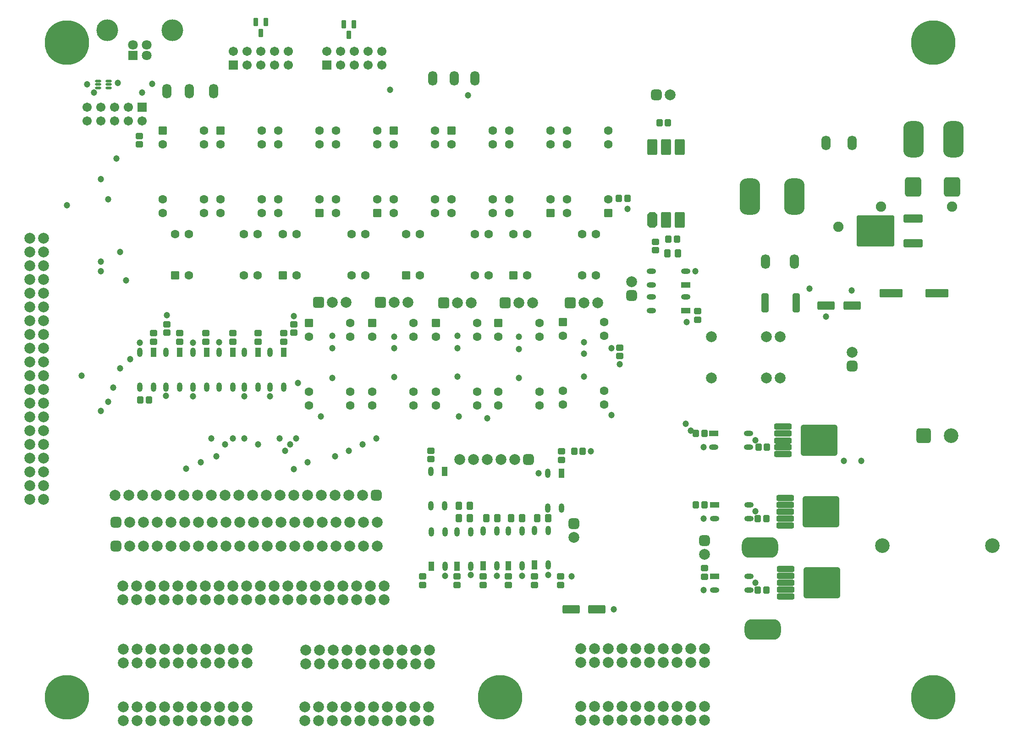
<source format=gts>
%FSLAX44Y44*%
%MOMM*%
G71*
G01*
G75*
G04 Layer_Color=8388736*
G04:AMPARAMS|DCode=10|XSize=1.1mm|YSize=1mm|CornerRadius=0.15mm|HoleSize=0mm|Usage=FLASHONLY|Rotation=0.000|XOffset=0mm|YOffset=0mm|HoleType=Round|Shape=RoundedRectangle|*
%AMROUNDEDRECTD10*
21,1,1.1000,0.7000,0,0,0.0*
21,1,0.8000,1.0000,0,0,0.0*
1,1,0.3000,0.4000,-0.3500*
1,1,0.3000,-0.4000,-0.3500*
1,1,0.3000,-0.4000,0.3500*
1,1,0.3000,0.4000,0.3500*
%
%ADD10ROUNDEDRECTD10*%
G04:AMPARAMS|DCode=11|XSize=1.1mm|YSize=1mm|CornerRadius=0.15mm|HoleSize=0mm|Usage=FLASHONLY|Rotation=270.000|XOffset=0mm|YOffset=0mm|HoleType=Round|Shape=RoundedRectangle|*
%AMROUNDEDRECTD11*
21,1,1.1000,0.7000,0,0,270.0*
21,1,0.8000,1.0000,0,0,270.0*
1,1,0.3000,-0.3500,-0.4000*
1,1,0.3000,-0.3500,0.4000*
1,1,0.3000,0.3500,0.4000*
1,1,0.3000,0.3500,-0.4000*
%
%ADD11ROUNDEDRECTD11*%
G04:AMPARAMS|DCode=12|XSize=1.4mm|YSize=3mm|CornerRadius=0.21mm|HoleSize=0mm|Usage=FLASHONLY|Rotation=270.000|XOffset=0mm|YOffset=0mm|HoleType=Round|Shape=RoundedRectangle|*
%AMROUNDEDRECTD12*
21,1,1.4000,2.5800,0,0,270.0*
21,1,0.9800,3.0000,0,0,270.0*
1,1,0.4200,-1.2900,-0.4900*
1,1,0.4200,-1.2900,0.4900*
1,1,0.4200,1.2900,0.4900*
1,1,0.4200,1.2900,-0.4900*
%
%ADD12ROUNDEDRECTD12*%
%ADD13O,0.8000X1.5000*%
%ADD14R,0.8000X1.5000*%
%ADD15O,1.5000X0.8000*%
%ADD16R,1.5000X0.8000*%
G04:AMPARAMS|DCode=17|XSize=0.35mm|YSize=0.9mm|CornerRadius=0.0525mm|HoleSize=0mm|Usage=FLASHONLY|Rotation=90.000|XOffset=0mm|YOffset=0mm|HoleType=Round|Shape=RoundedRectangle|*
%AMROUNDEDRECTD17*
21,1,0.3500,0.7950,0,0,90.0*
21,1,0.2450,0.9000,0,0,90.0*
1,1,0.1050,0.3975,0.1225*
1,1,0.1050,0.3975,-0.1225*
1,1,0.1050,-0.3975,-0.1225*
1,1,0.1050,-0.3975,0.1225*
%
%ADD17ROUNDEDRECTD17*%
G04:AMPARAMS|DCode=18|XSize=3.3mm|YSize=1.1mm|CornerRadius=0.165mm|HoleSize=0mm|Usage=FLASHONLY|Rotation=270.000|XOffset=0mm|YOffset=0mm|HoleType=Round|Shape=RoundedRectangle|*
%AMROUNDEDRECTD18*
21,1,3.3000,0.7700,0,0,270.0*
21,1,2.9700,1.1000,0,0,270.0*
1,1,0.3300,-0.3850,-1.4850*
1,1,0.3300,-0.3850,1.4850*
1,1,0.3300,0.3850,1.4850*
1,1,0.3300,0.3850,-1.4850*
%
%ADD18ROUNDEDRECTD18*%
G04:AMPARAMS|DCode=19|XSize=0.65mm|YSize=1.4mm|CornerRadius=0.0975mm|HoleSize=0mm|Usage=FLASHONLY|Rotation=0.000|XOffset=0mm|YOffset=0mm|HoleType=Round|Shape=RoundedRectangle|*
%AMROUNDEDRECTD19*
21,1,0.6500,1.2050,0,0,0.0*
21,1,0.4550,1.4000,0,0,0.0*
1,1,0.1950,0.2275,-0.6025*
1,1,0.1950,-0.2275,-0.6025*
1,1,0.1950,-0.2275,0.6025*
1,1,0.1950,0.2275,0.6025*
%
%ADD19ROUNDEDRECTD19*%
G04:AMPARAMS|DCode=20|XSize=2.7mm|YSize=1.6mm|CornerRadius=0.08mm|HoleSize=0mm|Usage=FLASHONLY|Rotation=90.000|XOffset=0mm|YOffset=0mm|HoleType=Round|Shape=RoundedRectangle|*
%AMROUNDEDRECTD20*
21,1,2.7000,1.4400,0,0,90.0*
21,1,2.5400,1.6000,0,0,90.0*
1,1,0.1600,0.7200,1.2700*
1,1,0.1600,0.7200,-1.2700*
1,1,0.1600,-0.7200,-1.2700*
1,1,0.1600,-0.7200,1.2700*
%
%ADD20ROUNDEDRECTD20*%
G04:AMPARAMS|DCode=21|XSize=2.7mm|YSize=1.6mm|CornerRadius=0mm|HoleSize=0mm|Usage=FLASHONLY|Rotation=90.000|XOffset=0mm|YOffset=0mm|HoleType=Round|Shape=Octagon|*
%AMOCTAGOND21*
4,1,8,0.4000,1.3500,-0.4000,1.3500,-0.8000,0.9500,-0.8000,-0.9500,-0.4000,-1.3500,0.4000,-1.3500,0.8000,-0.9500,0.8000,0.9500,0.4000,1.3500,0.0*
%
%ADD21OCTAGOND21*%

G04:AMPARAMS|DCode=22|XSize=0.9mm|YSize=3.05mm|CornerRadius=0.135mm|HoleSize=0mm|Usage=FLASHONLY|Rotation=90.000|XOffset=0mm|YOffset=0mm|HoleType=Round|Shape=RoundedRectangle|*
%AMROUNDEDRECTD22*
21,1,0.9000,2.7800,0,0,90.0*
21,1,0.6300,3.0500,0,0,90.0*
1,1,0.2700,1.3900,0.3150*
1,1,0.2700,1.3900,-0.3150*
1,1,0.2700,-1.3900,-0.3150*
1,1,0.2700,-1.3900,0.3150*
%
%ADD22ROUNDEDRECTD22*%
G04:AMPARAMS|DCode=23|XSize=5.55mm|YSize=6.5mm|CornerRadius=0.2775mm|HoleSize=0mm|Usage=FLASHONLY|Rotation=90.000|XOffset=0mm|YOffset=0mm|HoleType=Round|Shape=RoundedRectangle|*
%AMROUNDEDRECTD23*
21,1,5.5500,5.9450,0,0,90.0*
21,1,4.9950,6.5000,0,0,90.0*
1,1,0.5550,2.9725,2.4975*
1,1,0.5550,2.9725,-2.4975*
1,1,0.5550,-2.9725,-2.4975*
1,1,0.5550,-2.9725,2.4975*
%
%ADD23ROUNDEDRECTD23*%
G04:AMPARAMS|DCode=24|XSize=2.8mm|YSize=3.4mm|CornerRadius=0.42mm|HoleSize=0mm|Usage=FLASHONLY|Rotation=180.000|XOffset=0mm|YOffset=0mm|HoleType=Round|Shape=RoundedRectangle|*
%AMROUNDEDRECTD24*
21,1,2.8000,2.5600,0,0,180.0*
21,1,1.9600,3.4000,0,0,180.0*
1,1,0.8400,-0.9800,1.2800*
1,1,0.8400,0.9800,1.2800*
1,1,0.8400,0.9800,-1.2800*
1,1,0.8400,-0.9800,-1.2800*
%
%ADD24ROUNDEDRECTD24*%
G04:AMPARAMS|DCode=25|XSize=5.6mm|YSize=6.8mm|CornerRadius=0.28mm|HoleSize=0mm|Usage=FLASHONLY|Rotation=270.000|XOffset=0mm|YOffset=0mm|HoleType=Round|Shape=RoundedRectangle|*
%AMROUNDEDRECTD25*
21,1,5.6000,6.2400,0,0,270.0*
21,1,5.0400,6.8000,0,0,270.0*
1,1,0.5600,-3.1200,-2.5200*
1,1,0.5600,-3.1200,2.5200*
1,1,0.5600,3.1200,2.5200*
1,1,0.5600,3.1200,-2.5200*
%
%ADD25ROUNDEDRECTD25*%
G04:AMPARAMS|DCode=26|XSize=1.3mm|YSize=3.35mm|CornerRadius=0.195mm|HoleSize=0mm|Usage=FLASHONLY|Rotation=270.000|XOffset=0mm|YOffset=0mm|HoleType=Round|Shape=RoundedRectangle|*
%AMROUNDEDRECTD26*
21,1,1.3000,2.9600,0,0,270.0*
21,1,0.9100,3.3500,0,0,270.0*
1,1,0.3900,-1.4800,-0.4550*
1,1,0.3900,-1.4800,0.4550*
1,1,0.3900,1.4800,0.4550*
1,1,0.3900,1.4800,-0.4550*
%
%ADD26ROUNDEDRECTD26*%
G04:AMPARAMS|DCode=27|XSize=1.4mm|YSize=4.1mm|CornerRadius=0.21mm|HoleSize=0mm|Usage=FLASHONLY|Rotation=270.000|XOffset=0mm|YOffset=0mm|HoleType=Round|Shape=RoundedRectangle|*
%AMROUNDEDRECTD27*
21,1,1.4000,3.6800,0,0,270.0*
21,1,0.9800,4.1000,0,0,270.0*
1,1,0.4200,-1.8400,-0.4900*
1,1,0.4200,-1.8400,0.4900*
1,1,0.4200,1.8400,0.4900*
1,1,0.4200,1.8400,-0.4900*
%
%ADD27ROUNDEDRECTD27*%
G04:AMPARAMS|DCode=28|XSize=1.3mm|YSize=1mm|CornerRadius=0.15mm|HoleSize=0mm|Usage=FLASHONLY|Rotation=270.000|XOffset=0mm|YOffset=0mm|HoleType=Round|Shape=RoundedRectangle|*
%AMROUNDEDRECTD28*
21,1,1.3000,0.7000,0,0,270.0*
21,1,1.0000,1.0000,0,0,270.0*
1,1,0.3000,-0.3500,-0.5000*
1,1,0.3000,-0.3500,0.5000*
1,1,0.3000,0.3500,0.5000*
1,1,0.3000,0.3500,-0.5000*
%
%ADD28ROUNDEDRECTD28*%
%ADD29C,2.0000*%
%ADD30C,0.3000*%
%ADD31C,0.5000*%
%ADD32C,0.7500*%
%ADD33C,0.4000*%
%ADD34C,0.2000*%
%ADD35C,1.0000*%
%ADD36C,0.3100*%
%ADD37C,1.8000*%
G04:AMPARAMS|DCode=38|XSize=1.8mm|YSize=1.8mm|CornerRadius=0.27mm|HoleSize=0mm|Usage=FLASHONLY|Rotation=0.000|XOffset=0mm|YOffset=0mm|HoleType=Round|Shape=RoundedRectangle|*
%AMROUNDEDRECTD38*
21,1,1.8000,1.2600,0,0,0.0*
21,1,1.2600,1.8000,0,0,0.0*
1,1,0.5400,0.6300,-0.6300*
1,1,0.5400,-0.6300,-0.6300*
1,1,0.5400,-0.6300,0.6300*
1,1,0.5400,0.6300,0.6300*
%
%ADD38ROUNDEDRECTD38*%
%ADD39O,1.5000X2.5000*%
G04:AMPARAMS|DCode=40|XSize=1.8mm|YSize=1.8mm|CornerRadius=0.45mm|HoleSize=0mm|Usage=FLASHONLY|Rotation=90.000|XOffset=0mm|YOffset=0mm|HoleType=Round|Shape=RoundedRectangle|*
%AMROUNDEDRECTD40*
21,1,1.8000,0.9000,0,0,90.0*
21,1,0.9000,1.8000,0,0,90.0*
1,1,0.9000,0.4500,0.4500*
1,1,0.9000,0.4500,-0.4500*
1,1,0.9000,-0.4500,-0.4500*
1,1,0.9000,-0.4500,0.4500*
%
%ADD40ROUNDEDRECTD40*%
%ADD41C,2.5000*%
G04:AMPARAMS|DCode=42|XSize=2.5mm|YSize=2.5mm|CornerRadius=0.375mm|HoleSize=0mm|Usage=FLASHONLY|Rotation=180.000|XOffset=0mm|YOffset=0mm|HoleType=Round|Shape=RoundedRectangle|*
%AMROUNDEDRECTD42*
21,1,2.5000,1.7500,0,0,180.0*
21,1,1.7500,2.5000,0,0,180.0*
1,1,0.7500,-0.8750,0.8750*
1,1,0.7500,0.8750,0.8750*
1,1,0.7500,0.8750,-0.8750*
1,1,0.7500,-0.8750,-0.8750*
%
%ADD42ROUNDEDRECTD42*%
G04:AMPARAMS|DCode=43|XSize=1.8mm|YSize=1.8mm|CornerRadius=0.45mm|HoleSize=0mm|Usage=FLASHONLY|Rotation=180.000|XOffset=0mm|YOffset=0mm|HoleType=Round|Shape=RoundedRectangle|*
%AMROUNDEDRECTD43*
21,1,1.8000,0.9000,0,0,180.0*
21,1,0.9000,1.8000,0,0,180.0*
1,1,0.9000,-0.4500,0.4500*
1,1,0.9000,0.4500,0.4500*
1,1,0.9000,0.4500,-0.4500*
1,1,0.9000,-0.4500,-0.4500*
%
%ADD43ROUNDEDRECTD43*%
G04:AMPARAMS|DCode=44|XSize=6.5mm|YSize=3.6mm|CornerRadius=1.26mm|HoleSize=0mm|Usage=FLASHONLY|Rotation=180.000|XOffset=0mm|YOffset=0mm|HoleType=Round|Shape=RoundedRectangle|*
%AMROUNDEDRECTD44*
21,1,6.5000,1.0800,0,0,180.0*
21,1,3.9800,3.6000,0,0,180.0*
1,1,2.5200,-1.9900,0.5400*
1,1,2.5200,1.9900,0.5400*
1,1,2.5200,1.9900,-0.5400*
1,1,2.5200,-1.9900,-0.5400*
%
%ADD44ROUNDEDRECTD44*%
%ADD45R,1.5000X1.5000*%
%ADD46C,1.5000*%
%ADD47C,3.8000*%
%ADD48C,1.6000*%
%ADD49R,1.6000X1.6000*%
G04:AMPARAMS|DCode=50|XSize=1.4mm|YSize=1.4mm|CornerRadius=0.21mm|HoleSize=0mm|Usage=FLASHONLY|Rotation=0.000|XOffset=0mm|YOffset=0mm|HoleType=Round|Shape=RoundedRectangle|*
%AMROUNDEDRECTD50*
21,1,1.4000,0.9800,0,0,0.0*
21,1,0.9800,1.4000,0,0,0.0*
1,1,0.4200,0.4900,-0.4900*
1,1,0.4200,-0.4900,-0.4900*
1,1,0.4200,-0.4900,0.4900*
1,1,0.4200,0.4900,0.4900*
%
%ADD50ROUNDEDRECTD50*%
%ADD51C,1.4000*%
G04:AMPARAMS|DCode=52|XSize=6.5mm|YSize=3.6mm|CornerRadius=1.26mm|HoleSize=0mm|Usage=FLASHONLY|Rotation=270.000|XOffset=0mm|YOffset=0mm|HoleType=Round|Shape=RoundedRectangle|*
%AMROUNDEDRECTD52*
21,1,6.5000,1.0800,0,0,270.0*
21,1,3.9800,3.6000,0,0,270.0*
1,1,2.5200,-0.5400,-1.9900*
1,1,2.5200,-0.5400,1.9900*
1,1,2.5200,0.5400,1.9900*
1,1,2.5200,0.5400,-1.9900*
%
%ADD52ROUNDEDRECTD52*%
G04:AMPARAMS|DCode=53|XSize=1.4mm|YSize=1.4mm|CornerRadius=0.21mm|HoleSize=0mm|Usage=FLASHONLY|Rotation=90.000|XOffset=0mm|YOffset=0mm|HoleType=Round|Shape=RoundedRectangle|*
%AMROUNDEDRECTD53*
21,1,1.4000,0.9800,0,0,90.0*
21,1,0.9800,1.4000,0,0,90.0*
1,1,0.4200,0.4900,0.4900*
1,1,0.4200,0.4900,-0.4900*
1,1,0.4200,-0.4900,-0.4900*
1,1,0.4200,-0.4900,0.4900*
%
%ADD53ROUNDEDRECTD53*%
%ADD54C,8.0000*%
%ADD55C,1.0000*%
%ADD56C,1.7000*%
%ADD57C,0.1500*%
%ADD58C,0.2500*%
%ADD59C,0.2540*%
%ADD60C,0.1000*%
%ADD61C,0.1800*%
G04:AMPARAMS|DCode=62|XSize=1.3mm|YSize=1.2mm|CornerRadius=0.25mm|HoleSize=0mm|Usage=FLASHONLY|Rotation=0.000|XOffset=0mm|YOffset=0mm|HoleType=Round|Shape=RoundedRectangle|*
%AMROUNDEDRECTD62*
21,1,1.3000,0.7000,0,0,0.0*
21,1,0.8000,1.2000,0,0,0.0*
1,1,0.5000,0.4000,-0.3500*
1,1,0.5000,-0.4000,-0.3500*
1,1,0.5000,-0.4000,0.3500*
1,1,0.5000,0.4000,0.3500*
%
%ADD62ROUNDEDRECTD62*%
G04:AMPARAMS|DCode=63|XSize=1.3mm|YSize=1.2mm|CornerRadius=0.25mm|HoleSize=0mm|Usage=FLASHONLY|Rotation=270.000|XOffset=0mm|YOffset=0mm|HoleType=Round|Shape=RoundedRectangle|*
%AMROUNDEDRECTD63*
21,1,1.3000,0.7000,0,0,270.0*
21,1,0.8000,1.2000,0,0,270.0*
1,1,0.5000,-0.3500,-0.4000*
1,1,0.5000,-0.3500,0.4000*
1,1,0.5000,0.3500,0.4000*
1,1,0.5000,0.3500,-0.4000*
%
%ADD63ROUNDEDRECTD63*%
G04:AMPARAMS|DCode=64|XSize=1.6mm|YSize=3.2mm|CornerRadius=0.31mm|HoleSize=0mm|Usage=FLASHONLY|Rotation=270.000|XOffset=0mm|YOffset=0mm|HoleType=Round|Shape=RoundedRectangle|*
%AMROUNDEDRECTD64*
21,1,1.6000,2.5800,0,0,270.0*
21,1,0.9800,3.2000,0,0,270.0*
1,1,0.6200,-1.2900,-0.4900*
1,1,0.6200,-1.2900,0.4900*
1,1,0.6200,1.2900,0.4900*
1,1,0.6200,1.2900,-0.4900*
%
%ADD64ROUNDEDRECTD64*%
%ADD65O,1.0000X1.7000*%
%ADD66R,1.0000X1.7000*%
%ADD67O,1.7000X1.0000*%
%ADD68R,1.7000X1.0000*%
G04:AMPARAMS|DCode=69|XSize=0.55mm|YSize=1.1mm|CornerRadius=0.1525mm|HoleSize=0mm|Usage=FLASHONLY|Rotation=90.000|XOffset=0mm|YOffset=0mm|HoleType=Round|Shape=RoundedRectangle|*
%AMROUNDEDRECTD69*
21,1,0.5500,0.7950,0,0,90.0*
21,1,0.2450,1.1000,0,0,90.0*
1,1,0.3050,0.3975,0.1225*
1,1,0.3050,0.3975,-0.1225*
1,1,0.3050,-0.3975,-0.1225*
1,1,0.3050,-0.3975,0.1225*
%
%ADD69ROUNDEDRECTD69*%
G04:AMPARAMS|DCode=70|XSize=3.5mm|YSize=1.3mm|CornerRadius=0.265mm|HoleSize=0mm|Usage=FLASHONLY|Rotation=270.000|XOffset=0mm|YOffset=0mm|HoleType=Round|Shape=RoundedRectangle|*
%AMROUNDEDRECTD70*
21,1,3.5000,0.7700,0,0,270.0*
21,1,2.9700,1.3000,0,0,270.0*
1,1,0.5300,-0.3850,-1.4850*
1,1,0.5300,-0.3850,1.4850*
1,1,0.5300,0.3850,1.4850*
1,1,0.5300,0.3850,-1.4850*
%
%ADD70ROUNDEDRECTD70*%
G04:AMPARAMS|DCode=71|XSize=0.85mm|YSize=1.6mm|CornerRadius=0.1975mm|HoleSize=0mm|Usage=FLASHONLY|Rotation=0.000|XOffset=0mm|YOffset=0mm|HoleType=Round|Shape=RoundedRectangle|*
%AMROUNDEDRECTD71*
21,1,0.8500,1.2050,0,0,0.0*
21,1,0.4550,1.6000,0,0,0.0*
1,1,0.3950,0.2275,-0.6025*
1,1,0.3950,-0.2275,-0.6025*
1,1,0.3950,-0.2275,0.6025*
1,1,0.3950,0.2275,0.6025*
%
%ADD71ROUNDEDRECTD71*%
G04:AMPARAMS|DCode=72|XSize=2.9mm|YSize=1.8mm|CornerRadius=0.18mm|HoleSize=0mm|Usage=FLASHONLY|Rotation=90.000|XOffset=0mm|YOffset=0mm|HoleType=Round|Shape=RoundedRectangle|*
%AMROUNDEDRECTD72*
21,1,2.9000,1.4400,0,0,90.0*
21,1,2.5400,1.8000,0,0,90.0*
1,1,0.3600,0.7200,1.2700*
1,1,0.3600,0.7200,-1.2700*
1,1,0.3600,-0.7200,-1.2700*
1,1,0.3600,-0.7200,1.2700*
%
%ADD72ROUNDEDRECTD72*%
G04:AMPARAMS|DCode=73|XSize=2.9mm|YSize=1.8mm|CornerRadius=0mm|HoleSize=0mm|Usage=FLASHONLY|Rotation=90.000|XOffset=0mm|YOffset=0mm|HoleType=Round|Shape=Octagon|*
%AMOCTAGOND73*
4,1,8,0.4500,1.4500,-0.4500,1.4500,-0.9000,1.0000,-0.9000,-1.0000,-0.4500,-1.4500,0.4500,-1.4500,0.9000,-1.0000,0.9000,1.0000,0.4500,1.4500,0.0*
%
%ADD73OCTAGOND73*%

G04:AMPARAMS|DCode=74|XSize=1.1mm|YSize=3.25mm|CornerRadius=0.235mm|HoleSize=0mm|Usage=FLASHONLY|Rotation=90.000|XOffset=0mm|YOffset=0mm|HoleType=Round|Shape=RoundedRectangle|*
%AMROUNDEDRECTD74*
21,1,1.1000,2.7800,0,0,90.0*
21,1,0.6300,3.2500,0,0,90.0*
1,1,0.4700,1.3900,0.3150*
1,1,0.4700,1.3900,-0.3150*
1,1,0.4700,-1.3900,-0.3150*
1,1,0.4700,-1.3900,0.3150*
%
%ADD74ROUNDEDRECTD74*%
G04:AMPARAMS|DCode=75|XSize=5.75mm|YSize=6.7mm|CornerRadius=0.3775mm|HoleSize=0mm|Usage=FLASHONLY|Rotation=90.000|XOffset=0mm|YOffset=0mm|HoleType=Round|Shape=RoundedRectangle|*
%AMROUNDEDRECTD75*
21,1,5.7500,5.9450,0,0,90.0*
21,1,4.9950,6.7000,0,0,90.0*
1,1,0.7550,2.9725,2.4975*
1,1,0.7550,2.9725,-2.4975*
1,1,0.7550,-2.9725,-2.4975*
1,1,0.7550,-2.9725,2.4975*
%
%ADD75ROUNDEDRECTD75*%
G04:AMPARAMS|DCode=76|XSize=3mm|YSize=3.6mm|CornerRadius=0.52mm|HoleSize=0mm|Usage=FLASHONLY|Rotation=180.000|XOffset=0mm|YOffset=0mm|HoleType=Round|Shape=RoundedRectangle|*
%AMROUNDEDRECTD76*
21,1,3.0000,2.5600,0,0,180.0*
21,1,1.9600,3.6000,0,0,180.0*
1,1,1.0400,-0.9800,1.2800*
1,1,1.0400,0.9800,1.2800*
1,1,1.0400,0.9800,-1.2800*
1,1,1.0400,-0.9800,-1.2800*
%
%ADD76ROUNDEDRECTD76*%
G04:AMPARAMS|DCode=77|XSize=5.8mm|YSize=7mm|CornerRadius=0.38mm|HoleSize=0mm|Usage=FLASHONLY|Rotation=270.000|XOffset=0mm|YOffset=0mm|HoleType=Round|Shape=RoundedRectangle|*
%AMROUNDEDRECTD77*
21,1,5.8000,6.2400,0,0,270.0*
21,1,5.0400,7.0000,0,0,270.0*
1,1,0.7600,-3.1200,-2.5200*
1,1,0.7600,-3.1200,2.5200*
1,1,0.7600,3.1200,2.5200*
1,1,0.7600,3.1200,-2.5200*
%
%ADD77ROUNDEDRECTD77*%
G04:AMPARAMS|DCode=78|XSize=1.5mm|YSize=3.55mm|CornerRadius=0.295mm|HoleSize=0mm|Usage=FLASHONLY|Rotation=270.000|XOffset=0mm|YOffset=0mm|HoleType=Round|Shape=RoundedRectangle|*
%AMROUNDEDRECTD78*
21,1,1.5000,2.9600,0,0,270.0*
21,1,0.9100,3.5500,0,0,270.0*
1,1,0.5900,-1.4800,-0.4550*
1,1,0.5900,-1.4800,0.4550*
1,1,0.5900,1.4800,0.4550*
1,1,0.5900,1.4800,-0.4550*
%
%ADD78ROUNDEDRECTD78*%
G04:AMPARAMS|DCode=79|XSize=1.6mm|YSize=4.3mm|CornerRadius=0.31mm|HoleSize=0mm|Usage=FLASHONLY|Rotation=270.000|XOffset=0mm|YOffset=0mm|HoleType=Round|Shape=RoundedRectangle|*
%AMROUNDEDRECTD79*
21,1,1.6000,3.6800,0,0,270.0*
21,1,0.9800,4.3000,0,0,270.0*
1,1,0.6200,-1.8400,-0.4900*
1,1,0.6200,-1.8400,0.4900*
1,1,0.6200,1.8400,0.4900*
1,1,0.6200,1.8400,-0.4900*
%
%ADD79ROUNDEDRECTD79*%
G04:AMPARAMS|DCode=80|XSize=1.5mm|YSize=1.2mm|CornerRadius=0.25mm|HoleSize=0mm|Usage=FLASHONLY|Rotation=270.000|XOffset=0mm|YOffset=0mm|HoleType=Round|Shape=RoundedRectangle|*
%AMROUNDEDRECTD80*
21,1,1.5000,0.7000,0,0,270.0*
21,1,1.0000,1.2000,0,0,270.0*
1,1,0.5000,-0.3500,-0.5000*
1,1,0.5000,-0.3500,0.5000*
1,1,0.5000,0.3500,0.5000*
1,1,0.5000,0.3500,-0.5000*
%
%ADD80ROUNDEDRECTD80*%
G04:AMPARAMS|DCode=81|XSize=1.3032mm|YSize=1.2032mm|CornerRadius=0.2516mm|HoleSize=0mm|Usage=FLASHONLY|Rotation=0.000|XOffset=0mm|YOffset=0mm|HoleType=Round|Shape=RoundedRectangle|*
%AMROUNDEDRECTD81*
21,1,1.3032,0.7000,0,0,0.0*
21,1,0.8000,1.2032,0,0,0.0*
1,1,0.5032,0.4000,-0.3500*
1,1,0.5032,-0.4000,-0.3500*
1,1,0.5032,-0.4000,0.3500*
1,1,0.5032,0.4000,0.3500*
%
%ADD81ROUNDEDRECTD81*%
G04:AMPARAMS|DCode=82|XSize=1.3032mm|YSize=1.2032mm|CornerRadius=0.2516mm|HoleSize=0mm|Usage=FLASHONLY|Rotation=270.000|XOffset=0mm|YOffset=0mm|HoleType=Round|Shape=RoundedRectangle|*
%AMROUNDEDRECTD82*
21,1,1.3032,0.7000,0,0,270.0*
21,1,0.8000,1.2032,0,0,270.0*
1,1,0.5032,-0.3500,-0.4000*
1,1,0.5032,-0.3500,0.4000*
1,1,0.5032,0.3500,0.4000*
1,1,0.5032,0.3500,-0.4000*
%
%ADD82ROUNDEDRECTD82*%
G04:AMPARAMS|DCode=83|XSize=1.6032mm|YSize=3.2032mm|CornerRadius=0.3116mm|HoleSize=0mm|Usage=FLASHONLY|Rotation=270.000|XOffset=0mm|YOffset=0mm|HoleType=Round|Shape=RoundedRectangle|*
%AMROUNDEDRECTD83*
21,1,1.6032,2.5800,0,0,270.0*
21,1,0.9800,3.2032,0,0,270.0*
1,1,0.6232,-1.2900,-0.4900*
1,1,0.6232,-1.2900,0.4900*
1,1,0.6232,1.2900,0.4900*
1,1,0.6232,1.2900,-0.4900*
%
%ADD83ROUNDEDRECTD83*%
%ADD84O,1.0032X1.7032*%
%ADD85R,1.0032X1.7032*%
%ADD86O,1.7032X1.0032*%
%ADD87R,1.7032X1.0032*%
G04:AMPARAMS|DCode=88|XSize=0.5532mm|YSize=1.1032mm|CornerRadius=0.1541mm|HoleSize=0mm|Usage=FLASHONLY|Rotation=90.000|XOffset=0mm|YOffset=0mm|HoleType=Round|Shape=RoundedRectangle|*
%AMROUNDEDRECTD88*
21,1,0.5532,0.7950,0,0,90.0*
21,1,0.2450,1.1032,0,0,90.0*
1,1,0.3082,0.3975,0.1225*
1,1,0.3082,0.3975,-0.1225*
1,1,0.3082,-0.3975,-0.1225*
1,1,0.3082,-0.3975,0.1225*
%
%ADD88ROUNDEDRECTD88*%
G04:AMPARAMS|DCode=89|XSize=3.5032mm|YSize=1.3032mm|CornerRadius=0.2666mm|HoleSize=0mm|Usage=FLASHONLY|Rotation=270.000|XOffset=0mm|YOffset=0mm|HoleType=Round|Shape=RoundedRectangle|*
%AMROUNDEDRECTD89*
21,1,3.5032,0.7700,0,0,270.0*
21,1,2.9700,1.3032,0,0,270.0*
1,1,0.5332,-0.3850,-1.4850*
1,1,0.5332,-0.3850,1.4850*
1,1,0.5332,0.3850,1.4850*
1,1,0.5332,0.3850,-1.4850*
%
%ADD89ROUNDEDRECTD89*%
G04:AMPARAMS|DCode=90|XSize=0.8532mm|YSize=1.6032mm|CornerRadius=0.1991mm|HoleSize=0mm|Usage=FLASHONLY|Rotation=0.000|XOffset=0mm|YOffset=0mm|HoleType=Round|Shape=RoundedRectangle|*
%AMROUNDEDRECTD90*
21,1,0.8532,1.2050,0,0,0.0*
21,1,0.4550,1.6032,0,0,0.0*
1,1,0.3982,0.2275,-0.6025*
1,1,0.3982,-0.2275,-0.6025*
1,1,0.3982,-0.2275,0.6025*
1,1,0.3982,0.2275,0.6025*
%
%ADD90ROUNDEDRECTD90*%
G04:AMPARAMS|DCode=91|XSize=2.9032mm|YSize=1.8032mm|CornerRadius=0.1816mm|HoleSize=0mm|Usage=FLASHONLY|Rotation=90.000|XOffset=0mm|YOffset=0mm|HoleType=Round|Shape=RoundedRectangle|*
%AMROUNDEDRECTD91*
21,1,2.9032,1.4400,0,0,90.0*
21,1,2.5400,1.8032,0,0,90.0*
1,1,0.3632,0.7200,1.2700*
1,1,0.3632,0.7200,-1.2700*
1,1,0.3632,-0.7200,-1.2700*
1,1,0.3632,-0.7200,1.2700*
%
%ADD91ROUNDEDRECTD91*%
G04:AMPARAMS|DCode=92|XSize=2.9032mm|YSize=1.8032mm|CornerRadius=0mm|HoleSize=0mm|Usage=FLASHONLY|Rotation=90.000|XOffset=0mm|YOffset=0mm|HoleType=Round|Shape=Octagon|*
%AMOCTAGOND92*
4,1,8,0.4508,1.4516,-0.4508,1.4516,-0.9016,1.0008,-0.9016,-1.0008,-0.4508,-1.4516,0.4508,-1.4516,0.9016,-1.0008,0.9016,1.0008,0.4508,1.4516,0.0*
%
%ADD92OCTAGOND92*%

G04:AMPARAMS|DCode=93|XSize=1.1032mm|YSize=3.2532mm|CornerRadius=0.2366mm|HoleSize=0mm|Usage=FLASHONLY|Rotation=90.000|XOffset=0mm|YOffset=0mm|HoleType=Round|Shape=RoundedRectangle|*
%AMROUNDEDRECTD93*
21,1,1.1032,2.7800,0,0,90.0*
21,1,0.6300,3.2532,0,0,90.0*
1,1,0.4732,1.3900,0.3150*
1,1,0.4732,1.3900,-0.3150*
1,1,0.4732,-1.3900,-0.3150*
1,1,0.4732,-1.3900,0.3150*
%
%ADD93ROUNDEDRECTD93*%
G04:AMPARAMS|DCode=94|XSize=5.7532mm|YSize=6.7032mm|CornerRadius=0.3791mm|HoleSize=0mm|Usage=FLASHONLY|Rotation=90.000|XOffset=0mm|YOffset=0mm|HoleType=Round|Shape=RoundedRectangle|*
%AMROUNDEDRECTD94*
21,1,5.7532,5.9450,0,0,90.0*
21,1,4.9950,6.7032,0,0,90.0*
1,1,0.7582,2.9725,2.4975*
1,1,0.7582,2.9725,-2.4975*
1,1,0.7582,-2.9725,-2.4975*
1,1,0.7582,-2.9725,2.4975*
%
%ADD94ROUNDEDRECTD94*%
G04:AMPARAMS|DCode=95|XSize=3.0032mm|YSize=3.6032mm|CornerRadius=0.5216mm|HoleSize=0mm|Usage=FLASHONLY|Rotation=180.000|XOffset=0mm|YOffset=0mm|HoleType=Round|Shape=RoundedRectangle|*
%AMROUNDEDRECTD95*
21,1,3.0032,2.5600,0,0,180.0*
21,1,1.9600,3.6032,0,0,180.0*
1,1,1.0432,-0.9800,1.2800*
1,1,1.0432,0.9800,1.2800*
1,1,1.0432,0.9800,-1.2800*
1,1,1.0432,-0.9800,-1.2800*
%
%ADD95ROUNDEDRECTD95*%
G04:AMPARAMS|DCode=96|XSize=5.8032mm|YSize=7.0032mm|CornerRadius=0.3816mm|HoleSize=0mm|Usage=FLASHONLY|Rotation=270.000|XOffset=0mm|YOffset=0mm|HoleType=Round|Shape=RoundedRectangle|*
%AMROUNDEDRECTD96*
21,1,5.8032,6.2400,0,0,270.0*
21,1,5.0400,7.0032,0,0,270.0*
1,1,0.7632,-3.1200,-2.5200*
1,1,0.7632,-3.1200,2.5200*
1,1,0.7632,3.1200,2.5200*
1,1,0.7632,3.1200,-2.5200*
%
%ADD96ROUNDEDRECTD96*%
G04:AMPARAMS|DCode=97|XSize=1.5032mm|YSize=3.5532mm|CornerRadius=0.2966mm|HoleSize=0mm|Usage=FLASHONLY|Rotation=270.000|XOffset=0mm|YOffset=0mm|HoleType=Round|Shape=RoundedRectangle|*
%AMROUNDEDRECTD97*
21,1,1.5032,2.9600,0,0,270.0*
21,1,0.9100,3.5532,0,0,270.0*
1,1,0.5932,-1.4800,-0.4550*
1,1,0.5932,-1.4800,0.4550*
1,1,0.5932,1.4800,0.4550*
1,1,0.5932,1.4800,-0.4550*
%
%ADD97ROUNDEDRECTD97*%
G04:AMPARAMS|DCode=98|XSize=1.6032mm|YSize=4.3032mm|CornerRadius=0.3116mm|HoleSize=0mm|Usage=FLASHONLY|Rotation=270.000|XOffset=0mm|YOffset=0mm|HoleType=Round|Shape=RoundedRectangle|*
%AMROUNDEDRECTD98*
21,1,1.6032,3.6800,0,0,270.0*
21,1,0.9800,4.3032,0,0,270.0*
1,1,0.6232,-1.8400,-0.4900*
1,1,0.6232,-1.8400,0.4900*
1,1,0.6232,1.8400,0.4900*
1,1,0.6232,1.8400,-0.4900*
%
%ADD98ROUNDEDRECTD98*%
G04:AMPARAMS|DCode=99|XSize=1.5032mm|YSize=1.2032mm|CornerRadius=0.2516mm|HoleSize=0mm|Usage=FLASHONLY|Rotation=270.000|XOffset=0mm|YOffset=0mm|HoleType=Round|Shape=RoundedRectangle|*
%AMROUNDEDRECTD99*
21,1,1.5032,0.7000,0,0,270.0*
21,1,1.0000,1.2032,0,0,270.0*
1,1,0.5032,-0.3500,-0.5000*
1,1,0.5032,-0.3500,0.5000*
1,1,0.5032,0.3500,0.5000*
1,1,0.5032,0.3500,-0.5000*
%
%ADD99ROUNDEDRECTD99*%
%ADD100C,2.0032*%
G04:AMPARAMS|DCode=101|XSize=2.0032mm|YSize=2.0032mm|CornerRadius=0.3716mm|HoleSize=0mm|Usage=FLASHONLY|Rotation=0.000|XOffset=0mm|YOffset=0mm|HoleType=Round|Shape=RoundedRectangle|*
%AMROUNDEDRECTD101*
21,1,2.0032,1.2600,0,0,0.0*
21,1,1.2600,2.0032,0,0,0.0*
1,1,0.7432,0.6300,-0.6300*
1,1,0.7432,-0.6300,-0.6300*
1,1,0.7432,-0.6300,0.6300*
1,1,0.7432,0.6300,0.6300*
%
%ADD101ROUNDEDRECTD101*%
%ADD102O,1.7032X2.7032*%
G04:AMPARAMS|DCode=103|XSize=2.0032mm|YSize=2.0032mm|CornerRadius=0.5516mm|HoleSize=0mm|Usage=FLASHONLY|Rotation=90.000|XOffset=0mm|YOffset=0mm|HoleType=Round|Shape=RoundedRectangle|*
%AMROUNDEDRECTD103*
21,1,2.0032,0.9000,0,0,90.0*
21,1,0.9000,2.0032,0,0,90.0*
1,1,1.1032,0.4500,0.4500*
1,1,1.1032,0.4500,-0.4500*
1,1,1.1032,-0.4500,-0.4500*
1,1,1.1032,-0.4500,0.4500*
%
%ADD103ROUNDEDRECTD103*%
%ADD104C,2.7032*%
G04:AMPARAMS|DCode=105|XSize=2.7032mm|YSize=2.7032mm|CornerRadius=0.4766mm|HoleSize=0mm|Usage=FLASHONLY|Rotation=180.000|XOffset=0mm|YOffset=0mm|HoleType=Round|Shape=RoundedRectangle|*
%AMROUNDEDRECTD105*
21,1,2.7032,1.7500,0,0,180.0*
21,1,1.7500,2.7032,0,0,180.0*
1,1,0.9532,-0.8750,0.8750*
1,1,0.9532,0.8750,0.8750*
1,1,0.9532,0.8750,-0.8750*
1,1,0.9532,-0.8750,-0.8750*
%
%ADD105ROUNDEDRECTD105*%
G04:AMPARAMS|DCode=106|XSize=2.0032mm|YSize=2.0032mm|CornerRadius=0.5516mm|HoleSize=0mm|Usage=FLASHONLY|Rotation=180.000|XOffset=0mm|YOffset=0mm|HoleType=Round|Shape=RoundedRectangle|*
%AMROUNDEDRECTD106*
21,1,2.0032,0.9000,0,0,180.0*
21,1,0.9000,2.0032,0,0,180.0*
1,1,1.1032,-0.4500,0.4500*
1,1,1.1032,0.4500,0.4500*
1,1,1.1032,0.4500,-0.4500*
1,1,1.1032,-0.4500,-0.4500*
%
%ADD106ROUNDEDRECTD106*%
G04:AMPARAMS|DCode=107|XSize=6.7032mm|YSize=3.8032mm|CornerRadius=1.3616mm|HoleSize=0mm|Usage=FLASHONLY|Rotation=180.000|XOffset=0mm|YOffset=0mm|HoleType=Round|Shape=RoundedRectangle|*
%AMROUNDEDRECTD107*
21,1,6.7032,1.0800,0,0,180.0*
21,1,3.9800,3.8032,0,0,180.0*
1,1,2.7232,-1.9900,0.5400*
1,1,2.7232,1.9900,0.5400*
1,1,2.7232,1.9900,-0.5400*
1,1,2.7232,-1.9900,-0.5400*
%
%ADD107ROUNDEDRECTD107*%
%ADD108R,1.7032X1.7032*%
%ADD109C,1.7032*%
%ADD110C,4.0032*%
%ADD111C,1.8032*%
%ADD112R,1.8032X1.8032*%
G04:AMPARAMS|DCode=113|XSize=1.6032mm|YSize=1.6032mm|CornerRadius=0.3116mm|HoleSize=0mm|Usage=FLASHONLY|Rotation=0.000|XOffset=0mm|YOffset=0mm|HoleType=Round|Shape=RoundedRectangle|*
%AMROUNDEDRECTD113*
21,1,1.6032,0.9800,0,0,0.0*
21,1,0.9800,1.6032,0,0,0.0*
1,1,0.6232,0.4900,-0.4900*
1,1,0.6232,-0.4900,-0.4900*
1,1,0.6232,-0.4900,0.4900*
1,1,0.6232,0.4900,0.4900*
%
%ADD113ROUNDEDRECTD113*%
%ADD114C,1.6032*%
G04:AMPARAMS|DCode=115|XSize=6.7032mm|YSize=3.8032mm|CornerRadius=1.3616mm|HoleSize=0mm|Usage=FLASHONLY|Rotation=270.000|XOffset=0mm|YOffset=0mm|HoleType=Round|Shape=RoundedRectangle|*
%AMROUNDEDRECTD115*
21,1,6.7032,1.0800,0,0,270.0*
21,1,3.9800,3.8032,0,0,270.0*
1,1,2.7232,-0.5400,-1.9900*
1,1,2.7232,-0.5400,1.9900*
1,1,2.7232,0.5400,1.9900*
1,1,2.7232,0.5400,-1.9900*
%
%ADD115ROUNDEDRECTD115*%
G04:AMPARAMS|DCode=116|XSize=1.6032mm|YSize=1.6032mm|CornerRadius=0.3116mm|HoleSize=0mm|Usage=FLASHONLY|Rotation=90.000|XOffset=0mm|YOffset=0mm|HoleType=Round|Shape=RoundedRectangle|*
%AMROUNDEDRECTD116*
21,1,1.6032,0.9800,0,0,90.0*
21,1,0.9800,1.6032,0,0,90.0*
1,1,0.6232,0.4900,0.4900*
1,1,0.6232,0.4900,-0.4900*
1,1,0.6232,-0.4900,-0.4900*
1,1,0.6232,-0.4900,0.4900*
%
%ADD116ROUNDEDRECTD116*%
%ADD117C,8.2032*%
%ADD118C,1.2032*%
%ADD119C,1.9032*%
D81*
X1159510Y723520D02*
D03*
Y739520D02*
D03*
X1050290Y300610D02*
D03*
Y316610D02*
D03*
X322580Y766700D02*
D03*
Y782700D02*
D03*
X557530Y766700D02*
D03*
Y782700D02*
D03*
X271780Y1114680D02*
D03*
Y1130680D02*
D03*
X1315720Y315850D02*
D03*
Y331850D02*
D03*
X346710Y750190D02*
D03*
Y766190D02*
D03*
X1225550Y935100D02*
D03*
Y919100D02*
D03*
X444500Y750190D02*
D03*
Y766190D02*
D03*
X1051560Y531750D02*
D03*
Y547750D02*
D03*
X394970Y750190D02*
D03*
Y766190D02*
D03*
X810260Y533020D02*
D03*
Y549020D02*
D03*
X795020Y316610D02*
D03*
Y300610D02*
D03*
X1303020Y806830D02*
D03*
Y790830D02*
D03*
X538480Y750190D02*
D03*
Y766190D02*
D03*
X298450Y750190D02*
D03*
Y766190D02*
D03*
X491490Y750190D02*
D03*
Y766190D02*
D03*
X1002030Y300610D02*
D03*
Y316610D02*
D03*
X953770Y300610D02*
D03*
Y316610D02*
D03*
X906780Y300610D02*
D03*
Y316610D02*
D03*
X858520Y300610D02*
D03*
Y316610D02*
D03*
D82*
X1075310Y547370D02*
D03*
X1091310D02*
D03*
X1157860Y1014730D02*
D03*
X1173860D02*
D03*
X1316100Y448310D02*
D03*
X1300100D02*
D03*
X1316100Y580390D02*
D03*
X1300100D02*
D03*
X1414400Y422910D02*
D03*
X1430400D02*
D03*
X1414400Y290830D02*
D03*
X1430400D02*
D03*
X1248790Y1154430D02*
D03*
X1232790D02*
D03*
X1265300Y939800D02*
D03*
X1249300D02*
D03*
X289940Y642620D02*
D03*
X273940D02*
D03*
X1415670Y554990D02*
D03*
X1431670D02*
D03*
D83*
X1069470Y255270D02*
D03*
X1117470D02*
D03*
X1588640Y816610D02*
D03*
X1540640D02*
D03*
D84*
X273050Y666500D02*
D03*
X298450D02*
D03*
X273050Y730500D02*
D03*
X321310Y666500D02*
D03*
X346710D02*
D03*
X321310Y730500D02*
D03*
X466090Y666500D02*
D03*
X491490D02*
D03*
X466090Y730500D02*
D03*
X513080Y666500D02*
D03*
X538480D02*
D03*
X513080Y730500D02*
D03*
X419100D02*
D03*
X444500Y666500D02*
D03*
X419100D02*
D03*
X1026160Y506980D02*
D03*
X1051560Y442980D02*
D03*
X1026160D02*
D03*
X1027430Y337570D02*
D03*
X1002030Y401570D02*
D03*
X1027430D02*
D03*
X370840Y730500D02*
D03*
X396240Y666500D02*
D03*
X370840D02*
D03*
X979170Y336300D02*
D03*
X953770Y400300D02*
D03*
X979170D02*
D03*
X932180Y336300D02*
D03*
X906780Y400300D02*
D03*
X932180D02*
D03*
X883920Y335030D02*
D03*
X858520Y399030D02*
D03*
X883920D02*
D03*
X810260Y510790D02*
D03*
X835660Y446790D02*
D03*
X810260D02*
D03*
X836930Y335030D02*
D03*
X811530Y399030D02*
D03*
X836930D02*
D03*
D85*
X298450Y730500D02*
D03*
X346710D02*
D03*
X491490D02*
D03*
X538480D02*
D03*
X444500D02*
D03*
X1051560Y506980D02*
D03*
X1002030Y337570D02*
D03*
X396240Y730500D02*
D03*
X953770Y336300D02*
D03*
X906780D02*
D03*
X858520Y335030D02*
D03*
X835660Y510790D02*
D03*
X811530Y335030D02*
D03*
D86*
X1397250Y554990D02*
D03*
Y580390D02*
D03*
X1333250Y554990D02*
D03*
X1398520Y290830D02*
D03*
Y316230D02*
D03*
X1334520Y290830D02*
D03*
X1398520Y422910D02*
D03*
Y448310D02*
D03*
X1334520Y422910D02*
D03*
X1281680Y833120D02*
D03*
X1217680Y807720D02*
D03*
Y833120D02*
D03*
X1281680Y880110D02*
D03*
X1217680Y854710D02*
D03*
Y880110D02*
D03*
D87*
X1333250Y580390D02*
D03*
X1334520Y316230D02*
D03*
Y448310D02*
D03*
X1281680Y807720D02*
D03*
Y854710D02*
D03*
D88*
X215240Y1232050D02*
D03*
Y1225550D02*
D03*
Y1219050D02*
D03*
X196240D02*
D03*
Y1225550D02*
D03*
Y1232050D02*
D03*
D89*
X1428190Y821690D02*
D03*
X1485190D02*
D03*
D90*
X659130Y1317150D02*
D03*
X649630Y1337150D02*
D03*
X668630D02*
D03*
X496570Y1320960D02*
D03*
X487070Y1340960D02*
D03*
X506070D02*
D03*
D91*
X1270000Y975170D02*
D03*
Y1110170D02*
D03*
X1219200D02*
D03*
X1244600D02*
D03*
Y975170D02*
D03*
D92*
X1219200D02*
D03*
D93*
X1466260Y304750D02*
D03*
Y279400D02*
D03*
Y317500D02*
D03*
Y292100D02*
D03*
Y330200D02*
D03*
X1464990Y436195D02*
D03*
Y410845D02*
D03*
Y448945D02*
D03*
Y423545D02*
D03*
Y461645D02*
D03*
X1461180Y593090D02*
D03*
Y554990D02*
D03*
Y580390D02*
D03*
Y542290D02*
D03*
Y567640D02*
D03*
D94*
X1532760Y304800D02*
D03*
X1531490Y436245D02*
D03*
X1527680Y567690D02*
D03*
D95*
X1701360Y1036320D02*
D03*
X1773360D02*
D03*
D96*
X1632080Y955040D02*
D03*
D97*
X1701580Y977940D02*
D03*
Y932140D02*
D03*
D98*
X1745570Y839470D02*
D03*
X1660570D02*
D03*
D99*
X1247300Y913130D02*
D03*
X1267300D02*
D03*
X1027270Y424180D02*
D03*
X1007270D02*
D03*
X979010D02*
D03*
X959010D02*
D03*
X933290D02*
D03*
X913290D02*
D03*
X882490Y447040D02*
D03*
X862490D02*
D03*
X882490Y424180D02*
D03*
X862490D02*
D03*
D100*
X1118870Y821690D02*
D03*
X1093470D02*
D03*
X998220D02*
D03*
X972820D02*
D03*
X1214120Y76200D02*
D03*
Y50800D02*
D03*
X1188720Y76200D02*
D03*
Y50800D02*
D03*
X1137920Y76200D02*
D03*
Y50800D02*
D03*
X1112520Y76200D02*
D03*
Y50800D02*
D03*
X1087120Y76200D02*
D03*
Y50800D02*
D03*
X1163320D02*
D03*
Y76200D02*
D03*
X1239520Y50800D02*
D03*
Y76200D02*
D03*
X1264920Y50800D02*
D03*
Y76200D02*
D03*
X1290320Y50800D02*
D03*
Y76200D02*
D03*
X1315720Y50800D02*
D03*
Y76200D02*
D03*
X1214120Y182880D02*
D03*
Y157480D02*
D03*
X1188720Y182880D02*
D03*
Y157480D02*
D03*
X1137920Y182880D02*
D03*
Y157480D02*
D03*
X1112520Y182880D02*
D03*
Y157480D02*
D03*
X1087120Y182880D02*
D03*
Y157480D02*
D03*
X1163320D02*
D03*
Y182880D02*
D03*
X1239520Y157480D02*
D03*
Y182880D02*
D03*
X1264920Y157480D02*
D03*
Y182880D02*
D03*
X1290320Y157480D02*
D03*
Y182880D02*
D03*
X1315720Y157480D02*
D03*
Y182880D02*
D03*
X1588770Y730250D02*
D03*
X914400Y532130D02*
D03*
X939800D02*
D03*
X965200D02*
D03*
X889000D02*
D03*
X863600D02*
D03*
X1074420Y388620D02*
D03*
X1181100Y861060D02*
D03*
X1315720Y356870D02*
D03*
X647700Y298450D02*
D03*
Y273050D02*
D03*
X622300Y298450D02*
D03*
Y273050D02*
D03*
X596900Y298450D02*
D03*
Y273050D02*
D03*
X571500Y298450D02*
D03*
Y273050D02*
D03*
X546100Y298450D02*
D03*
Y273050D02*
D03*
X520700Y298450D02*
D03*
Y273050D02*
D03*
X292100Y298450D02*
D03*
Y273050D02*
D03*
X266700Y298450D02*
D03*
Y273050D02*
D03*
X241300Y298450D02*
D03*
Y273050D02*
D03*
X317500D02*
D03*
Y298450D02*
D03*
X342900Y273050D02*
D03*
Y298450D02*
D03*
X368300Y273050D02*
D03*
Y298450D02*
D03*
X393700Y273050D02*
D03*
Y298450D02*
D03*
X419100Y273050D02*
D03*
Y298450D02*
D03*
X444500Y273050D02*
D03*
Y298450D02*
D03*
X469900Y273050D02*
D03*
Y298450D02*
D03*
X495300Y273050D02*
D03*
Y298450D02*
D03*
X673100Y273050D02*
D03*
Y298450D02*
D03*
X698500Y273050D02*
D03*
Y298450D02*
D03*
X723900Y273050D02*
D03*
Y298450D02*
D03*
X1328420Y759460D02*
D03*
X1430020D02*
D03*
X1455420D02*
D03*
Y683260D02*
D03*
X1430020D02*
D03*
X1328420D02*
D03*
X69850Y864870D02*
D03*
X95250D02*
D03*
X69850Y839470D02*
D03*
X95250D02*
D03*
X69850Y814070D02*
D03*
X95250D02*
D03*
X69850Y788670D02*
D03*
X95250D02*
D03*
X69850Y763270D02*
D03*
X95250D02*
D03*
X69850Y737870D02*
D03*
X95250D02*
D03*
X69850Y509270D02*
D03*
X95250D02*
D03*
X69850Y483870D02*
D03*
X95250D02*
D03*
X69850Y458470D02*
D03*
X95250D02*
D03*
Y534670D02*
D03*
X69850D02*
D03*
X95250Y560070D02*
D03*
X69850D02*
D03*
X95250Y585470D02*
D03*
X69850D02*
D03*
X95250Y610870D02*
D03*
X69850D02*
D03*
X95250Y636270D02*
D03*
X69850D02*
D03*
X95250Y661670D02*
D03*
X69850D02*
D03*
X95250Y687070D02*
D03*
X69850D02*
D03*
X95250Y712470D02*
D03*
X69850D02*
D03*
X95250Y890270D02*
D03*
X69850D02*
D03*
X95250Y915670D02*
D03*
X69850D02*
D03*
X95250Y941070D02*
D03*
X69850D02*
D03*
X406400Y372110D02*
D03*
X381000D02*
D03*
X304800D02*
D03*
X279400D02*
D03*
X254000D02*
D03*
X330200D02*
D03*
X355600D02*
D03*
X431800D02*
D03*
X457200D02*
D03*
X711200D02*
D03*
X685800D02*
D03*
X609600D02*
D03*
X584200D02*
D03*
X482600D02*
D03*
X508000D02*
D03*
X533400D02*
D03*
X558800D02*
D03*
X635000D02*
D03*
X660400D02*
D03*
X406400Y416560D02*
D03*
X381000D02*
D03*
X304800D02*
D03*
X279400D02*
D03*
X254000D02*
D03*
X330200D02*
D03*
X355600D02*
D03*
X431800D02*
D03*
X457200D02*
D03*
X711200D02*
D03*
X685800D02*
D03*
X609600D02*
D03*
X584200D02*
D03*
X482600D02*
D03*
X508000D02*
D03*
X533400D02*
D03*
X558800D02*
D03*
X635000D02*
D03*
X660400D02*
D03*
X1252220Y1206500D02*
D03*
X654050Y822960D02*
D03*
X628650D02*
D03*
X885190Y821690D02*
D03*
X859790D02*
D03*
X768350Y822960D02*
D03*
X742950D02*
D03*
X532130Y466090D02*
D03*
X557530D02*
D03*
X633730D02*
D03*
X659130D02*
D03*
X684530D02*
D03*
X608330D02*
D03*
X582930D02*
D03*
X506730D02*
D03*
X481330D02*
D03*
X227330D02*
D03*
X252730D02*
D03*
X328930D02*
D03*
X354330D02*
D03*
X455930D02*
D03*
X430530D02*
D03*
X405130D02*
D03*
X379730D02*
D03*
X303530D02*
D03*
X278130D02*
D03*
X471170Y181610D02*
D03*
Y156210D02*
D03*
X445770Y181610D02*
D03*
Y156210D02*
D03*
X420370Y181610D02*
D03*
Y156210D02*
D03*
X394970Y181610D02*
D03*
Y156210D02*
D03*
X318770Y181610D02*
D03*
Y156210D02*
D03*
X242570D02*
D03*
Y181610D02*
D03*
X267970Y156210D02*
D03*
Y181610D02*
D03*
X293370Y156210D02*
D03*
Y181610D02*
D03*
X344170Y156210D02*
D03*
Y181610D02*
D03*
X369570Y156210D02*
D03*
Y181610D02*
D03*
X471170Y74930D02*
D03*
Y49530D02*
D03*
X445770Y74930D02*
D03*
Y49530D02*
D03*
X420370Y74930D02*
D03*
Y49530D02*
D03*
X394970Y74930D02*
D03*
Y49530D02*
D03*
X318770Y74930D02*
D03*
Y49530D02*
D03*
X242570D02*
D03*
Y74930D02*
D03*
X267970Y49530D02*
D03*
Y74930D02*
D03*
X293370Y49530D02*
D03*
Y74930D02*
D03*
X344170Y49530D02*
D03*
Y74930D02*
D03*
X369570Y49530D02*
D03*
Y74930D02*
D03*
X807720Y180340D02*
D03*
Y154940D02*
D03*
X782320Y180340D02*
D03*
Y154940D02*
D03*
X756920Y180340D02*
D03*
Y154940D02*
D03*
X731520Y180340D02*
D03*
Y154940D02*
D03*
X655320Y180340D02*
D03*
Y154940D02*
D03*
X579120D02*
D03*
Y180340D02*
D03*
X604520Y154940D02*
D03*
Y180340D02*
D03*
X629920Y154940D02*
D03*
Y180340D02*
D03*
X680720Y154940D02*
D03*
Y180340D02*
D03*
X706120Y154940D02*
D03*
Y180340D02*
D03*
X806450Y74930D02*
D03*
Y49530D02*
D03*
X781050Y74930D02*
D03*
Y49530D02*
D03*
X755650Y74930D02*
D03*
Y49530D02*
D03*
X730250Y74930D02*
D03*
Y49530D02*
D03*
X654050Y74930D02*
D03*
Y49530D02*
D03*
X577850D02*
D03*
Y74930D02*
D03*
X603250Y49530D02*
D03*
Y74930D02*
D03*
X628650Y49530D02*
D03*
Y74930D02*
D03*
X679450Y49530D02*
D03*
Y74930D02*
D03*
X704850Y49530D02*
D03*
Y74930D02*
D03*
D101*
X1068070Y821690D02*
D03*
X947420D02*
D03*
X603250Y822960D02*
D03*
X834390Y821690D02*
D03*
X717550Y822960D02*
D03*
D102*
X1540510Y1117600D02*
D03*
X1588770D02*
D03*
X891540Y1236980D02*
D03*
X853440D02*
D03*
X814070D02*
D03*
X408940Y1212850D02*
D03*
X364490D02*
D03*
X1428750Y897890D02*
D03*
X1482090D02*
D03*
X322580Y1212850D02*
D03*
D103*
X1588770Y704850D02*
D03*
X1074420Y414020D02*
D03*
X1181100Y835660D02*
D03*
X1315720Y382270D02*
D03*
D104*
X1771650Y576580D02*
D03*
X1847850Y373380D02*
D03*
X1644650D02*
D03*
D105*
X1720850Y576580D02*
D03*
D106*
X990600Y532130D02*
D03*
X228600Y372110D02*
D03*
Y416560D02*
D03*
X1226820Y1206500D02*
D03*
X709930Y466090D02*
D03*
D107*
X1424060Y218440D02*
D03*
X1418980Y369570D02*
D03*
D108*
X276860Y1183640D02*
D03*
X618490Y1261110D02*
D03*
X445770D02*
D03*
D109*
X276860Y1158240D02*
D03*
X251460Y1183640D02*
D03*
Y1158240D02*
D03*
X226060Y1183640D02*
D03*
Y1158240D02*
D03*
X200660Y1183640D02*
D03*
Y1158240D02*
D03*
X175260Y1183640D02*
D03*
Y1158240D02*
D03*
X618490Y1286510D02*
D03*
X643890Y1261110D02*
D03*
Y1286510D02*
D03*
X669290Y1261110D02*
D03*
Y1286510D02*
D03*
X694690Y1261110D02*
D03*
Y1286510D02*
D03*
X720090Y1261110D02*
D03*
Y1286510D02*
D03*
X445770D02*
D03*
X471170Y1261110D02*
D03*
Y1286510D02*
D03*
X496570Y1261110D02*
D03*
Y1286510D02*
D03*
X521970Y1261110D02*
D03*
Y1286510D02*
D03*
X547370Y1261110D02*
D03*
Y1286510D02*
D03*
D110*
X333250Y1326150D02*
D03*
X212850D02*
D03*
D111*
X285550Y1299050D02*
D03*
X260550D02*
D03*
X285550Y1279050D02*
D03*
D112*
X260550D02*
D03*
D113*
X585470Y784860D02*
D03*
X819785D02*
D03*
X702310D02*
D03*
X848360Y1140460D02*
D03*
X741680D02*
D03*
X1137920Y988060D02*
D03*
X1031240D02*
D03*
X421640Y1140460D02*
D03*
X711200Y988060D02*
D03*
X314960Y1140460D02*
D03*
X604520Y988060D02*
D03*
X934720Y784860D02*
D03*
X1054100Y786130D02*
D03*
D114*
X585470Y759460D02*
D03*
Y657860D02*
D03*
Y632460D02*
D03*
X661670Y784860D02*
D03*
Y759460D02*
D03*
Y657860D02*
D03*
Y632460D02*
D03*
X819785Y759460D02*
D03*
Y657860D02*
D03*
Y632460D02*
D03*
X895985Y784860D02*
D03*
Y759460D02*
D03*
Y657860D02*
D03*
Y632460D02*
D03*
X702310Y759460D02*
D03*
Y657860D02*
D03*
Y632460D02*
D03*
X778510Y784860D02*
D03*
Y759460D02*
D03*
Y657860D02*
D03*
Y632460D02*
D03*
X848360Y1115060D02*
D03*
Y1013460D02*
D03*
Y988060D02*
D03*
X924560Y1140460D02*
D03*
Y1115060D02*
D03*
Y1013460D02*
D03*
Y988060D02*
D03*
X741680Y1115060D02*
D03*
Y1013460D02*
D03*
Y988060D02*
D03*
X817880Y1140460D02*
D03*
Y1115060D02*
D03*
Y1013460D02*
D03*
Y988060D02*
D03*
X988060Y872490D02*
D03*
X1089660D02*
D03*
X1115060D02*
D03*
X962660Y948690D02*
D03*
X988060D02*
D03*
X1089660D02*
D03*
X1115060D02*
D03*
X789940Y872490D02*
D03*
X891540D02*
D03*
X916940D02*
D03*
X764540Y948690D02*
D03*
X789940D02*
D03*
X891540D02*
D03*
X916940D02*
D03*
X1137920Y1013460D02*
D03*
Y1115060D02*
D03*
Y1140460D02*
D03*
X1061720Y988060D02*
D03*
Y1013460D02*
D03*
Y1115060D02*
D03*
Y1140460D02*
D03*
X1031240Y1013460D02*
D03*
Y1115060D02*
D03*
Y1140460D02*
D03*
X955040Y988060D02*
D03*
Y1013460D02*
D03*
Y1115060D02*
D03*
Y1140460D02*
D03*
X562610Y872490D02*
D03*
X664210D02*
D03*
X689610D02*
D03*
X537210Y948690D02*
D03*
X562610D02*
D03*
X664210D02*
D03*
X689610D02*
D03*
X421640Y1115060D02*
D03*
Y1013460D02*
D03*
Y988060D02*
D03*
X497840Y1140460D02*
D03*
Y1115060D02*
D03*
Y1013460D02*
D03*
Y988060D02*
D03*
X711200Y1013460D02*
D03*
Y1115060D02*
D03*
Y1140460D02*
D03*
X635000Y988060D02*
D03*
Y1013460D02*
D03*
Y1115060D02*
D03*
Y1140460D02*
D03*
X363220Y872490D02*
D03*
X464820D02*
D03*
X490220D02*
D03*
X337820Y948690D02*
D03*
X363220D02*
D03*
X464820D02*
D03*
X490220D02*
D03*
X314960Y1115060D02*
D03*
Y1013460D02*
D03*
Y988060D02*
D03*
X391160Y1140460D02*
D03*
Y1115060D02*
D03*
Y1013460D02*
D03*
Y988060D02*
D03*
X604520Y1013460D02*
D03*
Y1115060D02*
D03*
Y1140460D02*
D03*
X528320Y988060D02*
D03*
Y1013460D02*
D03*
Y1115060D02*
D03*
Y1140460D02*
D03*
X1010920Y632460D02*
D03*
Y657860D02*
D03*
Y759460D02*
D03*
Y784860D02*
D03*
X934720Y632460D02*
D03*
Y657860D02*
D03*
Y759460D02*
D03*
X1130300Y633730D02*
D03*
Y659130D02*
D03*
Y760730D02*
D03*
Y786130D02*
D03*
X1054100Y633730D02*
D03*
Y659130D02*
D03*
Y760730D02*
D03*
D115*
X1775460Y1124340D02*
D03*
X1701800D02*
D03*
X1482090Y1018930D02*
D03*
X1399540D02*
D03*
D116*
X962660Y872490D02*
D03*
X764540D02*
D03*
X537210D02*
D03*
X337820D02*
D03*
D117*
X938330Y92700D02*
D03*
X1738330D02*
D03*
Y1302700D02*
D03*
X138330D02*
D03*
Y92700D02*
D03*
D118*
X1409700Y436880D02*
D03*
X513080Y648970D02*
D03*
X466090D02*
D03*
X370840D02*
D03*
X321310Y650240D02*
D03*
X273050Y748030D02*
D03*
X419100Y749300D02*
D03*
X370840Y748030D02*
D03*
X1290320Y585470D02*
D03*
X385690Y527050D02*
D03*
X358140Y515620D02*
D03*
X557530Y514350D02*
D03*
X582930Y527050D02*
D03*
X530860Y571500D02*
D03*
X466090D02*
D03*
X414020Y538480D02*
D03*
X491490Y560070D02*
D03*
X430530D02*
D03*
X444500Y571500D02*
D03*
X405130D02*
D03*
X633730Y538480D02*
D03*
X659130Y548640D02*
D03*
X684530Y560070D02*
D03*
X709930Y571500D02*
D03*
X541020Y548640D02*
D03*
X550980Y560070D02*
D03*
X561340Y571500D02*
D03*
X607060Y612140D02*
D03*
X862330D02*
D03*
X914400Y608330D02*
D03*
X1282700Y786130D02*
D03*
X1281430Y598170D02*
D03*
X1409700Y567690D02*
D03*
Y304800D02*
D03*
X878840Y1205230D02*
D03*
X735330Y1215390D02*
D03*
X232410Y1228090D02*
D03*
X187960Y1210310D02*
D03*
X295910Y1226820D02*
D03*
X276860Y1210310D02*
D03*
X175260Y1225550D02*
D03*
X200660Y897890D02*
D03*
Y1050290D02*
D03*
X214630Y1013460D02*
D03*
X138430Y1002420D02*
D03*
X214630Y638810D02*
D03*
X229870Y1088390D02*
D03*
X200660Y880110D02*
D03*
X223670Y665330D02*
D03*
X200660Y622300D02*
D03*
X255270Y717550D02*
D03*
X236220Y701040D02*
D03*
X165100Y687070D02*
D03*
X564950Y674170D02*
D03*
X247650Y863600D02*
D03*
X236220Y915670D02*
D03*
X628650Y760730D02*
D03*
X742950Y759460D02*
D03*
X859790Y760730D02*
D03*
X628650Y737870D02*
D03*
X742950D02*
D03*
X859790D02*
D03*
Y685800D02*
D03*
X742950Y684530D02*
D03*
X628650Y683260D02*
D03*
X1027430Y318770D02*
D03*
X979170Y317500D02*
D03*
X932180D02*
D03*
X883920Y318770D02*
D03*
X836930Y317500D02*
D03*
X1009900Y506980D02*
D03*
X1314450Y290830D02*
D03*
Y422910D02*
D03*
Y554990D02*
D03*
X1299210Y880110D02*
D03*
X1510030Y848360D02*
D03*
X1588070Y844550D02*
D03*
X1540640Y796420D02*
D03*
X1605280Y529590D02*
D03*
X1573530D02*
D03*
X972820Y759460D02*
D03*
X1093470Y749300D02*
D03*
X972820Y683260D02*
D03*
X1093470Y685800D02*
D03*
Y727710D02*
D03*
X972820Y736600D02*
D03*
X1144270Y737870D02*
D03*
Y614680D02*
D03*
X1148080Y255270D02*
D03*
X557530Y797560D02*
D03*
X322580Y798830D02*
D03*
X1106170Y547370D02*
D03*
X1070230Y316610D02*
D03*
X1159510Y708660D02*
D03*
X1173860Y996060D02*
D03*
D119*
X1773360Y999490D02*
D03*
X1642110D02*
D03*
X1563370Y962660D02*
D03*
M02*

</source>
